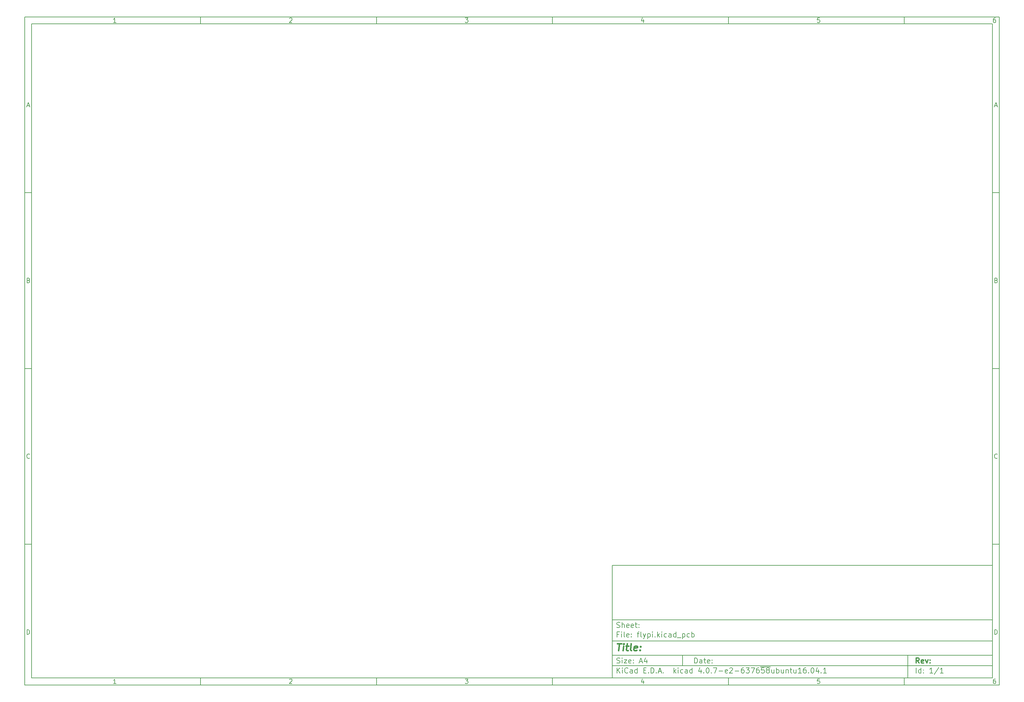
<source format=gbr>
G04 #@! TF.FileFunction,Legend,Bot*
%FSLAX46Y46*%
G04 Gerber Fmt 4.6, Leading zero omitted, Abs format (unit mm)*
G04 Created by KiCad (PCBNEW 4.0.7-e2-6376~58~ubuntu16.04.1) date Sun Nov 19 07:08:21 2017*
%MOMM*%
%LPD*%
G01*
G04 APERTURE LIST*
%ADD10C,0.100000*%
%ADD11C,0.150000*%
%ADD12C,0.300000*%
%ADD13C,0.400000*%
G04 APERTURE END LIST*
D10*
D11*
X177002200Y-166007200D02*
X177002200Y-198007200D01*
X285002200Y-198007200D01*
X285002200Y-166007200D01*
X177002200Y-166007200D01*
D10*
D11*
X10000000Y-10000000D02*
X10000000Y-200007200D01*
X287002200Y-200007200D01*
X287002200Y-10000000D01*
X10000000Y-10000000D01*
D10*
D11*
X12000000Y-12000000D02*
X12000000Y-198007200D01*
X285002200Y-198007200D01*
X285002200Y-12000000D01*
X12000000Y-12000000D01*
D10*
D11*
X60000000Y-12000000D02*
X60000000Y-10000000D01*
D10*
D11*
X110000000Y-12000000D02*
X110000000Y-10000000D01*
D10*
D11*
X160000000Y-12000000D02*
X160000000Y-10000000D01*
D10*
D11*
X210000000Y-12000000D02*
X210000000Y-10000000D01*
D10*
D11*
X260000000Y-12000000D02*
X260000000Y-10000000D01*
D10*
D11*
X35990476Y-11588095D02*
X35247619Y-11588095D01*
X35619048Y-11588095D02*
X35619048Y-10288095D01*
X35495238Y-10473810D01*
X35371429Y-10597619D01*
X35247619Y-10659524D01*
D10*
D11*
X85247619Y-10411905D02*
X85309524Y-10350000D01*
X85433333Y-10288095D01*
X85742857Y-10288095D01*
X85866667Y-10350000D01*
X85928571Y-10411905D01*
X85990476Y-10535714D01*
X85990476Y-10659524D01*
X85928571Y-10845238D01*
X85185714Y-11588095D01*
X85990476Y-11588095D01*
D10*
D11*
X135185714Y-10288095D02*
X135990476Y-10288095D01*
X135557143Y-10783333D01*
X135742857Y-10783333D01*
X135866667Y-10845238D01*
X135928571Y-10907143D01*
X135990476Y-11030952D01*
X135990476Y-11340476D01*
X135928571Y-11464286D01*
X135866667Y-11526190D01*
X135742857Y-11588095D01*
X135371429Y-11588095D01*
X135247619Y-11526190D01*
X135185714Y-11464286D01*
D10*
D11*
X185866667Y-10721429D02*
X185866667Y-11588095D01*
X185557143Y-10226190D02*
X185247619Y-11154762D01*
X186052381Y-11154762D01*
D10*
D11*
X235928571Y-10288095D02*
X235309524Y-10288095D01*
X235247619Y-10907143D01*
X235309524Y-10845238D01*
X235433333Y-10783333D01*
X235742857Y-10783333D01*
X235866667Y-10845238D01*
X235928571Y-10907143D01*
X235990476Y-11030952D01*
X235990476Y-11340476D01*
X235928571Y-11464286D01*
X235866667Y-11526190D01*
X235742857Y-11588095D01*
X235433333Y-11588095D01*
X235309524Y-11526190D01*
X235247619Y-11464286D01*
D10*
D11*
X285866667Y-10288095D02*
X285619048Y-10288095D01*
X285495238Y-10350000D01*
X285433333Y-10411905D01*
X285309524Y-10597619D01*
X285247619Y-10845238D01*
X285247619Y-11340476D01*
X285309524Y-11464286D01*
X285371429Y-11526190D01*
X285495238Y-11588095D01*
X285742857Y-11588095D01*
X285866667Y-11526190D01*
X285928571Y-11464286D01*
X285990476Y-11340476D01*
X285990476Y-11030952D01*
X285928571Y-10907143D01*
X285866667Y-10845238D01*
X285742857Y-10783333D01*
X285495238Y-10783333D01*
X285371429Y-10845238D01*
X285309524Y-10907143D01*
X285247619Y-11030952D01*
D10*
D11*
X60000000Y-198007200D02*
X60000000Y-200007200D01*
D10*
D11*
X110000000Y-198007200D02*
X110000000Y-200007200D01*
D10*
D11*
X160000000Y-198007200D02*
X160000000Y-200007200D01*
D10*
D11*
X210000000Y-198007200D02*
X210000000Y-200007200D01*
D10*
D11*
X260000000Y-198007200D02*
X260000000Y-200007200D01*
D10*
D11*
X35990476Y-199595295D02*
X35247619Y-199595295D01*
X35619048Y-199595295D02*
X35619048Y-198295295D01*
X35495238Y-198481010D01*
X35371429Y-198604819D01*
X35247619Y-198666724D01*
D10*
D11*
X85247619Y-198419105D02*
X85309524Y-198357200D01*
X85433333Y-198295295D01*
X85742857Y-198295295D01*
X85866667Y-198357200D01*
X85928571Y-198419105D01*
X85990476Y-198542914D01*
X85990476Y-198666724D01*
X85928571Y-198852438D01*
X85185714Y-199595295D01*
X85990476Y-199595295D01*
D10*
D11*
X135185714Y-198295295D02*
X135990476Y-198295295D01*
X135557143Y-198790533D01*
X135742857Y-198790533D01*
X135866667Y-198852438D01*
X135928571Y-198914343D01*
X135990476Y-199038152D01*
X135990476Y-199347676D01*
X135928571Y-199471486D01*
X135866667Y-199533390D01*
X135742857Y-199595295D01*
X135371429Y-199595295D01*
X135247619Y-199533390D01*
X135185714Y-199471486D01*
D10*
D11*
X185866667Y-198728629D02*
X185866667Y-199595295D01*
X185557143Y-198233390D02*
X185247619Y-199161962D01*
X186052381Y-199161962D01*
D10*
D11*
X235928571Y-198295295D02*
X235309524Y-198295295D01*
X235247619Y-198914343D01*
X235309524Y-198852438D01*
X235433333Y-198790533D01*
X235742857Y-198790533D01*
X235866667Y-198852438D01*
X235928571Y-198914343D01*
X235990476Y-199038152D01*
X235990476Y-199347676D01*
X235928571Y-199471486D01*
X235866667Y-199533390D01*
X235742857Y-199595295D01*
X235433333Y-199595295D01*
X235309524Y-199533390D01*
X235247619Y-199471486D01*
D10*
D11*
X285866667Y-198295295D02*
X285619048Y-198295295D01*
X285495238Y-198357200D01*
X285433333Y-198419105D01*
X285309524Y-198604819D01*
X285247619Y-198852438D01*
X285247619Y-199347676D01*
X285309524Y-199471486D01*
X285371429Y-199533390D01*
X285495238Y-199595295D01*
X285742857Y-199595295D01*
X285866667Y-199533390D01*
X285928571Y-199471486D01*
X285990476Y-199347676D01*
X285990476Y-199038152D01*
X285928571Y-198914343D01*
X285866667Y-198852438D01*
X285742857Y-198790533D01*
X285495238Y-198790533D01*
X285371429Y-198852438D01*
X285309524Y-198914343D01*
X285247619Y-199038152D01*
D10*
D11*
X10000000Y-60000000D02*
X12000000Y-60000000D01*
D10*
D11*
X10000000Y-110000000D02*
X12000000Y-110000000D01*
D10*
D11*
X10000000Y-160000000D02*
X12000000Y-160000000D01*
D10*
D11*
X10690476Y-35216667D02*
X11309524Y-35216667D01*
X10566667Y-35588095D02*
X11000000Y-34288095D01*
X11433333Y-35588095D01*
D10*
D11*
X11092857Y-84907143D02*
X11278571Y-84969048D01*
X11340476Y-85030952D01*
X11402381Y-85154762D01*
X11402381Y-85340476D01*
X11340476Y-85464286D01*
X11278571Y-85526190D01*
X11154762Y-85588095D01*
X10659524Y-85588095D01*
X10659524Y-84288095D01*
X11092857Y-84288095D01*
X11216667Y-84350000D01*
X11278571Y-84411905D01*
X11340476Y-84535714D01*
X11340476Y-84659524D01*
X11278571Y-84783333D01*
X11216667Y-84845238D01*
X11092857Y-84907143D01*
X10659524Y-84907143D01*
D10*
D11*
X11402381Y-135464286D02*
X11340476Y-135526190D01*
X11154762Y-135588095D01*
X11030952Y-135588095D01*
X10845238Y-135526190D01*
X10721429Y-135402381D01*
X10659524Y-135278571D01*
X10597619Y-135030952D01*
X10597619Y-134845238D01*
X10659524Y-134597619D01*
X10721429Y-134473810D01*
X10845238Y-134350000D01*
X11030952Y-134288095D01*
X11154762Y-134288095D01*
X11340476Y-134350000D01*
X11402381Y-134411905D01*
D10*
D11*
X10659524Y-185588095D02*
X10659524Y-184288095D01*
X10969048Y-184288095D01*
X11154762Y-184350000D01*
X11278571Y-184473810D01*
X11340476Y-184597619D01*
X11402381Y-184845238D01*
X11402381Y-185030952D01*
X11340476Y-185278571D01*
X11278571Y-185402381D01*
X11154762Y-185526190D01*
X10969048Y-185588095D01*
X10659524Y-185588095D01*
D10*
D11*
X287002200Y-60000000D02*
X285002200Y-60000000D01*
D10*
D11*
X287002200Y-110000000D02*
X285002200Y-110000000D01*
D10*
D11*
X287002200Y-160000000D02*
X285002200Y-160000000D01*
D10*
D11*
X285692676Y-35216667D02*
X286311724Y-35216667D01*
X285568867Y-35588095D02*
X286002200Y-34288095D01*
X286435533Y-35588095D01*
D10*
D11*
X286095057Y-84907143D02*
X286280771Y-84969048D01*
X286342676Y-85030952D01*
X286404581Y-85154762D01*
X286404581Y-85340476D01*
X286342676Y-85464286D01*
X286280771Y-85526190D01*
X286156962Y-85588095D01*
X285661724Y-85588095D01*
X285661724Y-84288095D01*
X286095057Y-84288095D01*
X286218867Y-84350000D01*
X286280771Y-84411905D01*
X286342676Y-84535714D01*
X286342676Y-84659524D01*
X286280771Y-84783333D01*
X286218867Y-84845238D01*
X286095057Y-84907143D01*
X285661724Y-84907143D01*
D10*
D11*
X286404581Y-135464286D02*
X286342676Y-135526190D01*
X286156962Y-135588095D01*
X286033152Y-135588095D01*
X285847438Y-135526190D01*
X285723629Y-135402381D01*
X285661724Y-135278571D01*
X285599819Y-135030952D01*
X285599819Y-134845238D01*
X285661724Y-134597619D01*
X285723629Y-134473810D01*
X285847438Y-134350000D01*
X286033152Y-134288095D01*
X286156962Y-134288095D01*
X286342676Y-134350000D01*
X286404581Y-134411905D01*
D10*
D11*
X285661724Y-185588095D02*
X285661724Y-184288095D01*
X285971248Y-184288095D01*
X286156962Y-184350000D01*
X286280771Y-184473810D01*
X286342676Y-184597619D01*
X286404581Y-184845238D01*
X286404581Y-185030952D01*
X286342676Y-185278571D01*
X286280771Y-185402381D01*
X286156962Y-185526190D01*
X285971248Y-185588095D01*
X285661724Y-185588095D01*
D10*
D11*
X200359343Y-193785771D02*
X200359343Y-192285771D01*
X200716486Y-192285771D01*
X200930771Y-192357200D01*
X201073629Y-192500057D01*
X201145057Y-192642914D01*
X201216486Y-192928629D01*
X201216486Y-193142914D01*
X201145057Y-193428629D01*
X201073629Y-193571486D01*
X200930771Y-193714343D01*
X200716486Y-193785771D01*
X200359343Y-193785771D01*
X202502200Y-193785771D02*
X202502200Y-193000057D01*
X202430771Y-192857200D01*
X202287914Y-192785771D01*
X202002200Y-192785771D01*
X201859343Y-192857200D01*
X202502200Y-193714343D02*
X202359343Y-193785771D01*
X202002200Y-193785771D01*
X201859343Y-193714343D01*
X201787914Y-193571486D01*
X201787914Y-193428629D01*
X201859343Y-193285771D01*
X202002200Y-193214343D01*
X202359343Y-193214343D01*
X202502200Y-193142914D01*
X203002200Y-192785771D02*
X203573629Y-192785771D01*
X203216486Y-192285771D02*
X203216486Y-193571486D01*
X203287914Y-193714343D01*
X203430772Y-193785771D01*
X203573629Y-193785771D01*
X204645057Y-193714343D02*
X204502200Y-193785771D01*
X204216486Y-193785771D01*
X204073629Y-193714343D01*
X204002200Y-193571486D01*
X204002200Y-193000057D01*
X204073629Y-192857200D01*
X204216486Y-192785771D01*
X204502200Y-192785771D01*
X204645057Y-192857200D01*
X204716486Y-193000057D01*
X204716486Y-193142914D01*
X204002200Y-193285771D01*
X205359343Y-193642914D02*
X205430771Y-193714343D01*
X205359343Y-193785771D01*
X205287914Y-193714343D01*
X205359343Y-193642914D01*
X205359343Y-193785771D01*
X205359343Y-192857200D02*
X205430771Y-192928629D01*
X205359343Y-193000057D01*
X205287914Y-192928629D01*
X205359343Y-192857200D01*
X205359343Y-193000057D01*
D10*
D11*
X177002200Y-194507200D02*
X285002200Y-194507200D01*
D10*
D11*
X178359343Y-196585771D02*
X178359343Y-195085771D01*
X179216486Y-196585771D02*
X178573629Y-195728629D01*
X179216486Y-195085771D02*
X178359343Y-195942914D01*
X179859343Y-196585771D02*
X179859343Y-195585771D01*
X179859343Y-195085771D02*
X179787914Y-195157200D01*
X179859343Y-195228629D01*
X179930771Y-195157200D01*
X179859343Y-195085771D01*
X179859343Y-195228629D01*
X181430772Y-196442914D02*
X181359343Y-196514343D01*
X181145057Y-196585771D01*
X181002200Y-196585771D01*
X180787915Y-196514343D01*
X180645057Y-196371486D01*
X180573629Y-196228629D01*
X180502200Y-195942914D01*
X180502200Y-195728629D01*
X180573629Y-195442914D01*
X180645057Y-195300057D01*
X180787915Y-195157200D01*
X181002200Y-195085771D01*
X181145057Y-195085771D01*
X181359343Y-195157200D01*
X181430772Y-195228629D01*
X182716486Y-196585771D02*
X182716486Y-195800057D01*
X182645057Y-195657200D01*
X182502200Y-195585771D01*
X182216486Y-195585771D01*
X182073629Y-195657200D01*
X182716486Y-196514343D02*
X182573629Y-196585771D01*
X182216486Y-196585771D01*
X182073629Y-196514343D01*
X182002200Y-196371486D01*
X182002200Y-196228629D01*
X182073629Y-196085771D01*
X182216486Y-196014343D01*
X182573629Y-196014343D01*
X182716486Y-195942914D01*
X184073629Y-196585771D02*
X184073629Y-195085771D01*
X184073629Y-196514343D02*
X183930772Y-196585771D01*
X183645058Y-196585771D01*
X183502200Y-196514343D01*
X183430772Y-196442914D01*
X183359343Y-196300057D01*
X183359343Y-195871486D01*
X183430772Y-195728629D01*
X183502200Y-195657200D01*
X183645058Y-195585771D01*
X183930772Y-195585771D01*
X184073629Y-195657200D01*
X185930772Y-195800057D02*
X186430772Y-195800057D01*
X186645058Y-196585771D02*
X185930772Y-196585771D01*
X185930772Y-195085771D01*
X186645058Y-195085771D01*
X187287915Y-196442914D02*
X187359343Y-196514343D01*
X187287915Y-196585771D01*
X187216486Y-196514343D01*
X187287915Y-196442914D01*
X187287915Y-196585771D01*
X188002201Y-196585771D02*
X188002201Y-195085771D01*
X188359344Y-195085771D01*
X188573629Y-195157200D01*
X188716487Y-195300057D01*
X188787915Y-195442914D01*
X188859344Y-195728629D01*
X188859344Y-195942914D01*
X188787915Y-196228629D01*
X188716487Y-196371486D01*
X188573629Y-196514343D01*
X188359344Y-196585771D01*
X188002201Y-196585771D01*
X189502201Y-196442914D02*
X189573629Y-196514343D01*
X189502201Y-196585771D01*
X189430772Y-196514343D01*
X189502201Y-196442914D01*
X189502201Y-196585771D01*
X190145058Y-196157200D02*
X190859344Y-196157200D01*
X190002201Y-196585771D02*
X190502201Y-195085771D01*
X191002201Y-196585771D01*
X191502201Y-196442914D02*
X191573629Y-196514343D01*
X191502201Y-196585771D01*
X191430772Y-196514343D01*
X191502201Y-196442914D01*
X191502201Y-196585771D01*
X194502201Y-196585771D02*
X194502201Y-195085771D01*
X194645058Y-196014343D02*
X195073629Y-196585771D01*
X195073629Y-195585771D02*
X194502201Y-196157200D01*
X195716487Y-196585771D02*
X195716487Y-195585771D01*
X195716487Y-195085771D02*
X195645058Y-195157200D01*
X195716487Y-195228629D01*
X195787915Y-195157200D01*
X195716487Y-195085771D01*
X195716487Y-195228629D01*
X197073630Y-196514343D02*
X196930773Y-196585771D01*
X196645059Y-196585771D01*
X196502201Y-196514343D01*
X196430773Y-196442914D01*
X196359344Y-196300057D01*
X196359344Y-195871486D01*
X196430773Y-195728629D01*
X196502201Y-195657200D01*
X196645059Y-195585771D01*
X196930773Y-195585771D01*
X197073630Y-195657200D01*
X198359344Y-196585771D02*
X198359344Y-195800057D01*
X198287915Y-195657200D01*
X198145058Y-195585771D01*
X197859344Y-195585771D01*
X197716487Y-195657200D01*
X198359344Y-196514343D02*
X198216487Y-196585771D01*
X197859344Y-196585771D01*
X197716487Y-196514343D01*
X197645058Y-196371486D01*
X197645058Y-196228629D01*
X197716487Y-196085771D01*
X197859344Y-196014343D01*
X198216487Y-196014343D01*
X198359344Y-195942914D01*
X199716487Y-196585771D02*
X199716487Y-195085771D01*
X199716487Y-196514343D02*
X199573630Y-196585771D01*
X199287916Y-196585771D01*
X199145058Y-196514343D01*
X199073630Y-196442914D01*
X199002201Y-196300057D01*
X199002201Y-195871486D01*
X199073630Y-195728629D01*
X199145058Y-195657200D01*
X199287916Y-195585771D01*
X199573630Y-195585771D01*
X199716487Y-195657200D01*
X202216487Y-195585771D02*
X202216487Y-196585771D01*
X201859344Y-195014343D02*
X201502201Y-196085771D01*
X202430773Y-196085771D01*
X203002201Y-196442914D02*
X203073629Y-196514343D01*
X203002201Y-196585771D01*
X202930772Y-196514343D01*
X203002201Y-196442914D01*
X203002201Y-196585771D01*
X204002201Y-195085771D02*
X204145058Y-195085771D01*
X204287915Y-195157200D01*
X204359344Y-195228629D01*
X204430773Y-195371486D01*
X204502201Y-195657200D01*
X204502201Y-196014343D01*
X204430773Y-196300057D01*
X204359344Y-196442914D01*
X204287915Y-196514343D01*
X204145058Y-196585771D01*
X204002201Y-196585771D01*
X203859344Y-196514343D01*
X203787915Y-196442914D01*
X203716487Y-196300057D01*
X203645058Y-196014343D01*
X203645058Y-195657200D01*
X203716487Y-195371486D01*
X203787915Y-195228629D01*
X203859344Y-195157200D01*
X204002201Y-195085771D01*
X205145058Y-196442914D02*
X205216486Y-196514343D01*
X205145058Y-196585771D01*
X205073629Y-196514343D01*
X205145058Y-196442914D01*
X205145058Y-196585771D01*
X205716487Y-195085771D02*
X206716487Y-195085771D01*
X206073630Y-196585771D01*
X207287915Y-196014343D02*
X208430772Y-196014343D01*
X209716486Y-196514343D02*
X209573629Y-196585771D01*
X209287915Y-196585771D01*
X209145058Y-196514343D01*
X209073629Y-196371486D01*
X209073629Y-195800057D01*
X209145058Y-195657200D01*
X209287915Y-195585771D01*
X209573629Y-195585771D01*
X209716486Y-195657200D01*
X209787915Y-195800057D01*
X209787915Y-195942914D01*
X209073629Y-196085771D01*
X210359343Y-195228629D02*
X210430772Y-195157200D01*
X210573629Y-195085771D01*
X210930772Y-195085771D01*
X211073629Y-195157200D01*
X211145058Y-195228629D01*
X211216486Y-195371486D01*
X211216486Y-195514343D01*
X211145058Y-195728629D01*
X210287915Y-196585771D01*
X211216486Y-196585771D01*
X211859343Y-196014343D02*
X213002200Y-196014343D01*
X214359343Y-195085771D02*
X214073629Y-195085771D01*
X213930772Y-195157200D01*
X213859343Y-195228629D01*
X213716486Y-195442914D01*
X213645057Y-195728629D01*
X213645057Y-196300057D01*
X213716486Y-196442914D01*
X213787914Y-196514343D01*
X213930772Y-196585771D01*
X214216486Y-196585771D01*
X214359343Y-196514343D01*
X214430772Y-196442914D01*
X214502200Y-196300057D01*
X214502200Y-195942914D01*
X214430772Y-195800057D01*
X214359343Y-195728629D01*
X214216486Y-195657200D01*
X213930772Y-195657200D01*
X213787914Y-195728629D01*
X213716486Y-195800057D01*
X213645057Y-195942914D01*
X215002200Y-195085771D02*
X215930771Y-195085771D01*
X215430771Y-195657200D01*
X215645057Y-195657200D01*
X215787914Y-195728629D01*
X215859343Y-195800057D01*
X215930771Y-195942914D01*
X215930771Y-196300057D01*
X215859343Y-196442914D01*
X215787914Y-196514343D01*
X215645057Y-196585771D01*
X215216485Y-196585771D01*
X215073628Y-196514343D01*
X215002200Y-196442914D01*
X216430771Y-195085771D02*
X217430771Y-195085771D01*
X216787914Y-196585771D01*
X218645056Y-195085771D02*
X218359342Y-195085771D01*
X218216485Y-195157200D01*
X218145056Y-195228629D01*
X218002199Y-195442914D01*
X217930770Y-195728629D01*
X217930770Y-196300057D01*
X218002199Y-196442914D01*
X218073627Y-196514343D01*
X218216485Y-196585771D01*
X218502199Y-196585771D01*
X218645056Y-196514343D01*
X218716485Y-196442914D01*
X218787913Y-196300057D01*
X218787913Y-195942914D01*
X218716485Y-195800057D01*
X218645056Y-195728629D01*
X218502199Y-195657200D01*
X218216485Y-195657200D01*
X218073627Y-195728629D01*
X218002199Y-195800057D01*
X217930770Y-195942914D01*
X220145056Y-195085771D02*
X219430770Y-195085771D01*
X219359341Y-195800057D01*
X219430770Y-195728629D01*
X219573627Y-195657200D01*
X219930770Y-195657200D01*
X220073627Y-195728629D01*
X220145056Y-195800057D01*
X220216484Y-195942914D01*
X220216484Y-196300057D01*
X220145056Y-196442914D01*
X220073627Y-196514343D01*
X219930770Y-196585771D01*
X219573627Y-196585771D01*
X219430770Y-196514343D01*
X219359341Y-196442914D01*
X221073627Y-195728629D02*
X220930769Y-195657200D01*
X220859341Y-195585771D01*
X220787912Y-195442914D01*
X220787912Y-195371486D01*
X220859341Y-195228629D01*
X220930769Y-195157200D01*
X221073627Y-195085771D01*
X221359341Y-195085771D01*
X221502198Y-195157200D01*
X221573627Y-195228629D01*
X221645055Y-195371486D01*
X221645055Y-195442914D01*
X221573627Y-195585771D01*
X221502198Y-195657200D01*
X221359341Y-195728629D01*
X221073627Y-195728629D01*
X220930769Y-195800057D01*
X220859341Y-195871486D01*
X220787912Y-196014343D01*
X220787912Y-196300057D01*
X220859341Y-196442914D01*
X220930769Y-196514343D01*
X221073627Y-196585771D01*
X221359341Y-196585771D01*
X221502198Y-196514343D01*
X221573627Y-196442914D01*
X221645055Y-196300057D01*
X221645055Y-196014343D01*
X221573627Y-195871486D01*
X221502198Y-195800057D01*
X221359341Y-195728629D01*
X219073627Y-194827200D02*
X221930769Y-194827200D01*
X222930769Y-195585771D02*
X222930769Y-196585771D01*
X222287912Y-195585771D02*
X222287912Y-196371486D01*
X222359340Y-196514343D01*
X222502198Y-196585771D01*
X222716483Y-196585771D01*
X222859340Y-196514343D01*
X222930769Y-196442914D01*
X223645055Y-196585771D02*
X223645055Y-195085771D01*
X223645055Y-195657200D02*
X223787912Y-195585771D01*
X224073626Y-195585771D01*
X224216483Y-195657200D01*
X224287912Y-195728629D01*
X224359341Y-195871486D01*
X224359341Y-196300057D01*
X224287912Y-196442914D01*
X224216483Y-196514343D01*
X224073626Y-196585771D01*
X223787912Y-196585771D01*
X223645055Y-196514343D01*
X225645055Y-195585771D02*
X225645055Y-196585771D01*
X225002198Y-195585771D02*
X225002198Y-196371486D01*
X225073626Y-196514343D01*
X225216484Y-196585771D01*
X225430769Y-196585771D01*
X225573626Y-196514343D01*
X225645055Y-196442914D01*
X226359341Y-195585771D02*
X226359341Y-196585771D01*
X226359341Y-195728629D02*
X226430769Y-195657200D01*
X226573627Y-195585771D01*
X226787912Y-195585771D01*
X226930769Y-195657200D01*
X227002198Y-195800057D01*
X227002198Y-196585771D01*
X227502198Y-195585771D02*
X228073627Y-195585771D01*
X227716484Y-195085771D02*
X227716484Y-196371486D01*
X227787912Y-196514343D01*
X227930770Y-196585771D01*
X228073627Y-196585771D01*
X229216484Y-195585771D02*
X229216484Y-196585771D01*
X228573627Y-195585771D02*
X228573627Y-196371486D01*
X228645055Y-196514343D01*
X228787913Y-196585771D01*
X229002198Y-196585771D01*
X229145055Y-196514343D01*
X229216484Y-196442914D01*
X230716484Y-196585771D02*
X229859341Y-196585771D01*
X230287913Y-196585771D02*
X230287913Y-195085771D01*
X230145056Y-195300057D01*
X230002198Y-195442914D01*
X229859341Y-195514343D01*
X232002198Y-195085771D02*
X231716484Y-195085771D01*
X231573627Y-195157200D01*
X231502198Y-195228629D01*
X231359341Y-195442914D01*
X231287912Y-195728629D01*
X231287912Y-196300057D01*
X231359341Y-196442914D01*
X231430769Y-196514343D01*
X231573627Y-196585771D01*
X231859341Y-196585771D01*
X232002198Y-196514343D01*
X232073627Y-196442914D01*
X232145055Y-196300057D01*
X232145055Y-195942914D01*
X232073627Y-195800057D01*
X232002198Y-195728629D01*
X231859341Y-195657200D01*
X231573627Y-195657200D01*
X231430769Y-195728629D01*
X231359341Y-195800057D01*
X231287912Y-195942914D01*
X232787912Y-196442914D02*
X232859340Y-196514343D01*
X232787912Y-196585771D01*
X232716483Y-196514343D01*
X232787912Y-196442914D01*
X232787912Y-196585771D01*
X233787912Y-195085771D02*
X233930769Y-195085771D01*
X234073626Y-195157200D01*
X234145055Y-195228629D01*
X234216484Y-195371486D01*
X234287912Y-195657200D01*
X234287912Y-196014343D01*
X234216484Y-196300057D01*
X234145055Y-196442914D01*
X234073626Y-196514343D01*
X233930769Y-196585771D01*
X233787912Y-196585771D01*
X233645055Y-196514343D01*
X233573626Y-196442914D01*
X233502198Y-196300057D01*
X233430769Y-196014343D01*
X233430769Y-195657200D01*
X233502198Y-195371486D01*
X233573626Y-195228629D01*
X233645055Y-195157200D01*
X233787912Y-195085771D01*
X235573626Y-195585771D02*
X235573626Y-196585771D01*
X235216483Y-195014343D02*
X234859340Y-196085771D01*
X235787912Y-196085771D01*
X236359340Y-196442914D02*
X236430768Y-196514343D01*
X236359340Y-196585771D01*
X236287911Y-196514343D01*
X236359340Y-196442914D01*
X236359340Y-196585771D01*
X237859340Y-196585771D02*
X237002197Y-196585771D01*
X237430769Y-196585771D02*
X237430769Y-195085771D01*
X237287912Y-195300057D01*
X237145054Y-195442914D01*
X237002197Y-195514343D01*
D10*
D11*
X177002200Y-191507200D02*
X285002200Y-191507200D01*
D10*
D12*
X264216486Y-193785771D02*
X263716486Y-193071486D01*
X263359343Y-193785771D02*
X263359343Y-192285771D01*
X263930771Y-192285771D01*
X264073629Y-192357200D01*
X264145057Y-192428629D01*
X264216486Y-192571486D01*
X264216486Y-192785771D01*
X264145057Y-192928629D01*
X264073629Y-193000057D01*
X263930771Y-193071486D01*
X263359343Y-193071486D01*
X265430771Y-193714343D02*
X265287914Y-193785771D01*
X265002200Y-193785771D01*
X264859343Y-193714343D01*
X264787914Y-193571486D01*
X264787914Y-193000057D01*
X264859343Y-192857200D01*
X265002200Y-192785771D01*
X265287914Y-192785771D01*
X265430771Y-192857200D01*
X265502200Y-193000057D01*
X265502200Y-193142914D01*
X264787914Y-193285771D01*
X266002200Y-192785771D02*
X266359343Y-193785771D01*
X266716485Y-192785771D01*
X267287914Y-193642914D02*
X267359342Y-193714343D01*
X267287914Y-193785771D01*
X267216485Y-193714343D01*
X267287914Y-193642914D01*
X267287914Y-193785771D01*
X267287914Y-192857200D02*
X267359342Y-192928629D01*
X267287914Y-193000057D01*
X267216485Y-192928629D01*
X267287914Y-192857200D01*
X267287914Y-193000057D01*
D10*
D11*
X178287914Y-193714343D02*
X178502200Y-193785771D01*
X178859343Y-193785771D01*
X179002200Y-193714343D01*
X179073629Y-193642914D01*
X179145057Y-193500057D01*
X179145057Y-193357200D01*
X179073629Y-193214343D01*
X179002200Y-193142914D01*
X178859343Y-193071486D01*
X178573629Y-193000057D01*
X178430771Y-192928629D01*
X178359343Y-192857200D01*
X178287914Y-192714343D01*
X178287914Y-192571486D01*
X178359343Y-192428629D01*
X178430771Y-192357200D01*
X178573629Y-192285771D01*
X178930771Y-192285771D01*
X179145057Y-192357200D01*
X179787914Y-193785771D02*
X179787914Y-192785771D01*
X179787914Y-192285771D02*
X179716485Y-192357200D01*
X179787914Y-192428629D01*
X179859342Y-192357200D01*
X179787914Y-192285771D01*
X179787914Y-192428629D01*
X180359343Y-192785771D02*
X181145057Y-192785771D01*
X180359343Y-193785771D01*
X181145057Y-193785771D01*
X182287914Y-193714343D02*
X182145057Y-193785771D01*
X181859343Y-193785771D01*
X181716486Y-193714343D01*
X181645057Y-193571486D01*
X181645057Y-193000057D01*
X181716486Y-192857200D01*
X181859343Y-192785771D01*
X182145057Y-192785771D01*
X182287914Y-192857200D01*
X182359343Y-193000057D01*
X182359343Y-193142914D01*
X181645057Y-193285771D01*
X183002200Y-193642914D02*
X183073628Y-193714343D01*
X183002200Y-193785771D01*
X182930771Y-193714343D01*
X183002200Y-193642914D01*
X183002200Y-193785771D01*
X183002200Y-192857200D02*
X183073628Y-192928629D01*
X183002200Y-193000057D01*
X182930771Y-192928629D01*
X183002200Y-192857200D01*
X183002200Y-193000057D01*
X184787914Y-193357200D02*
X185502200Y-193357200D01*
X184645057Y-193785771D02*
X185145057Y-192285771D01*
X185645057Y-193785771D01*
X186787914Y-192785771D02*
X186787914Y-193785771D01*
X186430771Y-192214343D02*
X186073628Y-193285771D01*
X187002200Y-193285771D01*
D10*
D11*
X263359343Y-196585771D02*
X263359343Y-195085771D01*
X264716486Y-196585771D02*
X264716486Y-195085771D01*
X264716486Y-196514343D02*
X264573629Y-196585771D01*
X264287915Y-196585771D01*
X264145057Y-196514343D01*
X264073629Y-196442914D01*
X264002200Y-196300057D01*
X264002200Y-195871486D01*
X264073629Y-195728629D01*
X264145057Y-195657200D01*
X264287915Y-195585771D01*
X264573629Y-195585771D01*
X264716486Y-195657200D01*
X265430772Y-196442914D02*
X265502200Y-196514343D01*
X265430772Y-196585771D01*
X265359343Y-196514343D01*
X265430772Y-196442914D01*
X265430772Y-196585771D01*
X265430772Y-195657200D02*
X265502200Y-195728629D01*
X265430772Y-195800057D01*
X265359343Y-195728629D01*
X265430772Y-195657200D01*
X265430772Y-195800057D01*
X268073629Y-196585771D02*
X267216486Y-196585771D01*
X267645058Y-196585771D02*
X267645058Y-195085771D01*
X267502201Y-195300057D01*
X267359343Y-195442914D01*
X267216486Y-195514343D01*
X269787914Y-195014343D02*
X268502200Y-196942914D01*
X271073629Y-196585771D02*
X270216486Y-196585771D01*
X270645058Y-196585771D02*
X270645058Y-195085771D01*
X270502201Y-195300057D01*
X270359343Y-195442914D01*
X270216486Y-195514343D01*
D10*
D11*
X177002200Y-187507200D02*
X285002200Y-187507200D01*
D10*
D13*
X178454581Y-188211962D02*
X179597438Y-188211962D01*
X178776010Y-190211962D02*
X179026010Y-188211962D01*
X180014105Y-190211962D02*
X180180771Y-188878629D01*
X180264105Y-188211962D02*
X180156962Y-188307200D01*
X180240295Y-188402438D01*
X180347439Y-188307200D01*
X180264105Y-188211962D01*
X180240295Y-188402438D01*
X180847438Y-188878629D02*
X181609343Y-188878629D01*
X181216486Y-188211962D02*
X181002200Y-189926248D01*
X181073630Y-190116724D01*
X181252201Y-190211962D01*
X181442677Y-190211962D01*
X182395058Y-190211962D02*
X182216487Y-190116724D01*
X182145057Y-189926248D01*
X182359343Y-188211962D01*
X183930772Y-190116724D02*
X183728391Y-190211962D01*
X183347439Y-190211962D01*
X183168867Y-190116724D01*
X183097438Y-189926248D01*
X183192676Y-189164343D01*
X183311724Y-188973867D01*
X183514105Y-188878629D01*
X183895057Y-188878629D01*
X184073629Y-188973867D01*
X184145057Y-189164343D01*
X184121248Y-189354819D01*
X183145057Y-189545295D01*
X184895057Y-190021486D02*
X184978392Y-190116724D01*
X184871248Y-190211962D01*
X184787915Y-190116724D01*
X184895057Y-190021486D01*
X184871248Y-190211962D01*
X185026010Y-188973867D02*
X185109344Y-189069105D01*
X185002200Y-189164343D01*
X184918867Y-189069105D01*
X185026010Y-188973867D01*
X185002200Y-189164343D01*
D10*
D11*
X178859343Y-185600057D02*
X178359343Y-185600057D01*
X178359343Y-186385771D02*
X178359343Y-184885771D01*
X179073629Y-184885771D01*
X179645057Y-186385771D02*
X179645057Y-185385771D01*
X179645057Y-184885771D02*
X179573628Y-184957200D01*
X179645057Y-185028629D01*
X179716485Y-184957200D01*
X179645057Y-184885771D01*
X179645057Y-185028629D01*
X180573629Y-186385771D02*
X180430771Y-186314343D01*
X180359343Y-186171486D01*
X180359343Y-184885771D01*
X181716485Y-186314343D02*
X181573628Y-186385771D01*
X181287914Y-186385771D01*
X181145057Y-186314343D01*
X181073628Y-186171486D01*
X181073628Y-185600057D01*
X181145057Y-185457200D01*
X181287914Y-185385771D01*
X181573628Y-185385771D01*
X181716485Y-185457200D01*
X181787914Y-185600057D01*
X181787914Y-185742914D01*
X181073628Y-185885771D01*
X182430771Y-186242914D02*
X182502199Y-186314343D01*
X182430771Y-186385771D01*
X182359342Y-186314343D01*
X182430771Y-186242914D01*
X182430771Y-186385771D01*
X182430771Y-185457200D02*
X182502199Y-185528629D01*
X182430771Y-185600057D01*
X182359342Y-185528629D01*
X182430771Y-185457200D01*
X182430771Y-185600057D01*
X184073628Y-185385771D02*
X184645057Y-185385771D01*
X184287914Y-186385771D02*
X184287914Y-185100057D01*
X184359342Y-184957200D01*
X184502200Y-184885771D01*
X184645057Y-184885771D01*
X185359343Y-186385771D02*
X185216485Y-186314343D01*
X185145057Y-186171486D01*
X185145057Y-184885771D01*
X185787914Y-185385771D02*
X186145057Y-186385771D01*
X186502199Y-185385771D02*
X186145057Y-186385771D01*
X186002199Y-186742914D01*
X185930771Y-186814343D01*
X185787914Y-186885771D01*
X187073628Y-185385771D02*
X187073628Y-186885771D01*
X187073628Y-185457200D02*
X187216485Y-185385771D01*
X187502199Y-185385771D01*
X187645056Y-185457200D01*
X187716485Y-185528629D01*
X187787914Y-185671486D01*
X187787914Y-186100057D01*
X187716485Y-186242914D01*
X187645056Y-186314343D01*
X187502199Y-186385771D01*
X187216485Y-186385771D01*
X187073628Y-186314343D01*
X188430771Y-186385771D02*
X188430771Y-185385771D01*
X188430771Y-184885771D02*
X188359342Y-184957200D01*
X188430771Y-185028629D01*
X188502199Y-184957200D01*
X188430771Y-184885771D01*
X188430771Y-185028629D01*
X189145057Y-186242914D02*
X189216485Y-186314343D01*
X189145057Y-186385771D01*
X189073628Y-186314343D01*
X189145057Y-186242914D01*
X189145057Y-186385771D01*
X189859343Y-186385771D02*
X189859343Y-184885771D01*
X190002200Y-185814343D02*
X190430771Y-186385771D01*
X190430771Y-185385771D02*
X189859343Y-185957200D01*
X191073629Y-186385771D02*
X191073629Y-185385771D01*
X191073629Y-184885771D02*
X191002200Y-184957200D01*
X191073629Y-185028629D01*
X191145057Y-184957200D01*
X191073629Y-184885771D01*
X191073629Y-185028629D01*
X192430772Y-186314343D02*
X192287915Y-186385771D01*
X192002201Y-186385771D01*
X191859343Y-186314343D01*
X191787915Y-186242914D01*
X191716486Y-186100057D01*
X191716486Y-185671486D01*
X191787915Y-185528629D01*
X191859343Y-185457200D01*
X192002201Y-185385771D01*
X192287915Y-185385771D01*
X192430772Y-185457200D01*
X193716486Y-186385771D02*
X193716486Y-185600057D01*
X193645057Y-185457200D01*
X193502200Y-185385771D01*
X193216486Y-185385771D01*
X193073629Y-185457200D01*
X193716486Y-186314343D02*
X193573629Y-186385771D01*
X193216486Y-186385771D01*
X193073629Y-186314343D01*
X193002200Y-186171486D01*
X193002200Y-186028629D01*
X193073629Y-185885771D01*
X193216486Y-185814343D01*
X193573629Y-185814343D01*
X193716486Y-185742914D01*
X195073629Y-186385771D02*
X195073629Y-184885771D01*
X195073629Y-186314343D02*
X194930772Y-186385771D01*
X194645058Y-186385771D01*
X194502200Y-186314343D01*
X194430772Y-186242914D01*
X194359343Y-186100057D01*
X194359343Y-185671486D01*
X194430772Y-185528629D01*
X194502200Y-185457200D01*
X194645058Y-185385771D01*
X194930772Y-185385771D01*
X195073629Y-185457200D01*
X195430772Y-186528629D02*
X196573629Y-186528629D01*
X196930772Y-185385771D02*
X196930772Y-186885771D01*
X196930772Y-185457200D02*
X197073629Y-185385771D01*
X197359343Y-185385771D01*
X197502200Y-185457200D01*
X197573629Y-185528629D01*
X197645058Y-185671486D01*
X197645058Y-186100057D01*
X197573629Y-186242914D01*
X197502200Y-186314343D01*
X197359343Y-186385771D01*
X197073629Y-186385771D01*
X196930772Y-186314343D01*
X198930772Y-186314343D02*
X198787915Y-186385771D01*
X198502201Y-186385771D01*
X198359343Y-186314343D01*
X198287915Y-186242914D01*
X198216486Y-186100057D01*
X198216486Y-185671486D01*
X198287915Y-185528629D01*
X198359343Y-185457200D01*
X198502201Y-185385771D01*
X198787915Y-185385771D01*
X198930772Y-185457200D01*
X199573629Y-186385771D02*
X199573629Y-184885771D01*
X199573629Y-185457200D02*
X199716486Y-185385771D01*
X200002200Y-185385771D01*
X200145057Y-185457200D01*
X200216486Y-185528629D01*
X200287915Y-185671486D01*
X200287915Y-186100057D01*
X200216486Y-186242914D01*
X200145057Y-186314343D01*
X200002200Y-186385771D01*
X199716486Y-186385771D01*
X199573629Y-186314343D01*
D10*
D11*
X177002200Y-181507200D02*
X285002200Y-181507200D01*
D10*
D11*
X178287914Y-183614343D02*
X178502200Y-183685771D01*
X178859343Y-183685771D01*
X179002200Y-183614343D01*
X179073629Y-183542914D01*
X179145057Y-183400057D01*
X179145057Y-183257200D01*
X179073629Y-183114343D01*
X179002200Y-183042914D01*
X178859343Y-182971486D01*
X178573629Y-182900057D01*
X178430771Y-182828629D01*
X178359343Y-182757200D01*
X178287914Y-182614343D01*
X178287914Y-182471486D01*
X178359343Y-182328629D01*
X178430771Y-182257200D01*
X178573629Y-182185771D01*
X178930771Y-182185771D01*
X179145057Y-182257200D01*
X179787914Y-183685771D02*
X179787914Y-182185771D01*
X180430771Y-183685771D02*
X180430771Y-182900057D01*
X180359342Y-182757200D01*
X180216485Y-182685771D01*
X180002200Y-182685771D01*
X179859342Y-182757200D01*
X179787914Y-182828629D01*
X181716485Y-183614343D02*
X181573628Y-183685771D01*
X181287914Y-183685771D01*
X181145057Y-183614343D01*
X181073628Y-183471486D01*
X181073628Y-182900057D01*
X181145057Y-182757200D01*
X181287914Y-182685771D01*
X181573628Y-182685771D01*
X181716485Y-182757200D01*
X181787914Y-182900057D01*
X181787914Y-183042914D01*
X181073628Y-183185771D01*
X183002199Y-183614343D02*
X182859342Y-183685771D01*
X182573628Y-183685771D01*
X182430771Y-183614343D01*
X182359342Y-183471486D01*
X182359342Y-182900057D01*
X182430771Y-182757200D01*
X182573628Y-182685771D01*
X182859342Y-182685771D01*
X183002199Y-182757200D01*
X183073628Y-182900057D01*
X183073628Y-183042914D01*
X182359342Y-183185771D01*
X183502199Y-182685771D02*
X184073628Y-182685771D01*
X183716485Y-182185771D02*
X183716485Y-183471486D01*
X183787913Y-183614343D01*
X183930771Y-183685771D01*
X184073628Y-183685771D01*
X184573628Y-183542914D02*
X184645056Y-183614343D01*
X184573628Y-183685771D01*
X184502199Y-183614343D01*
X184573628Y-183542914D01*
X184573628Y-183685771D01*
X184573628Y-182757200D02*
X184645056Y-182828629D01*
X184573628Y-182900057D01*
X184502199Y-182828629D01*
X184573628Y-182757200D01*
X184573628Y-182900057D01*
D10*
D11*
X197002200Y-191507200D02*
X197002200Y-194507200D01*
D10*
D11*
X261002200Y-191507200D02*
X261002200Y-198007200D01*
M02*

</source>
